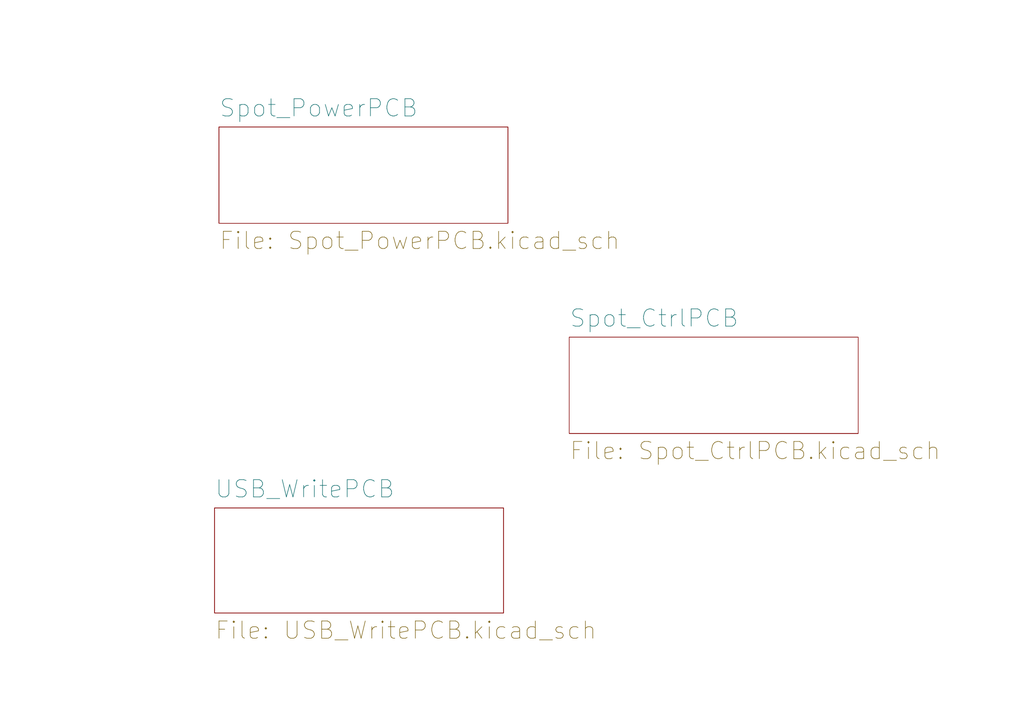
<source format=kicad_sch>
(kicad_sch (version 20211123) (generator eeschema)
  (paper "A4")
  (lib_symbols)
  (sheet (at 63.5 36.83) (size 83.82 27.94)
    (property "Sheet name" "Spot_PowerPCB" (at 63.5 34.2515 0) (effects (font (size 5.0038 5.0038)) (justify left bottom)))
    (property "Sheet file" "Spot_PowerPCB.kicad_sch" (at 63.5 66.8481 0) (effects (font (size 5.0038 5.0038)) (justify left top)))
  )
  (sheet (at 165.1 97.79) (size 83.82 27.94)
    (property "Sheet name" "Spot_CtrlPCB" (at 165.1 95.2115 0) (effects (font (size 5.0038 5.0038)) (justify left bottom)))
    (property "Sheet file" "Spot_CtrlPCB.kicad_sch" (at 165.1 127.8081 0) (effects (font (size 5.0038 5.0038)) (justify left top)))
  )
  (sheet (at 62.23 147.32) (size 83.82 30.48)
    (property "Sheet name" "USB_WritePCB" (at 62.23 144.7415 0) (effects (font (size 5.0038 5.0038)) (justify left bottom)))
    (property "Sheet file" "USB_WritePCB.kicad_sch" (at 62.23 179.8781 0) (effects (font (size 5.0038 5.0038)) (justify left top)))
  )
)
</source>
